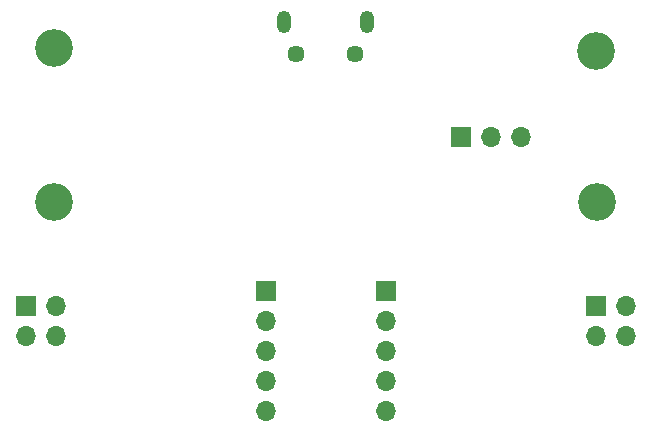
<source format=gbs>
%TF.GenerationSoftware,KiCad,Pcbnew,(6.0.2)*%
%TF.CreationDate,2022-05-14T01:06:09+01:00*%
%TF.ProjectId,mcp_breadboard,6d63705f-6272-4656-9164-626f6172642e,rev?*%
%TF.SameCoordinates,Original*%
%TF.FileFunction,Soldermask,Bot*%
%TF.FilePolarity,Negative*%
%FSLAX46Y46*%
G04 Gerber Fmt 4.6, Leading zero omitted, Abs format (unit mm)*
G04 Created by KiCad (PCBNEW (6.0.2)) date 2022-05-14 01:06:09*
%MOMM*%
%LPD*%
G01*
G04 APERTURE LIST*
%ADD10C,3.200000*%
%ADD11O,1.200000X1.900000*%
%ADD12C,1.450000*%
%ADD13O,1.700000X1.700000*%
%ADD14R,1.700000X1.700000*%
G04 APERTURE END LIST*
D10*
%TO.C,H1*%
X27000000Y-45000000D03*
%TD*%
%TO.C,H4*%
X73000000Y-45000000D03*
%TD*%
D11*
%TO.C,J5*%
X53500000Y-29762500D03*
X46500000Y-29762500D03*
D12*
X52500000Y-32462500D03*
X47500000Y-32462500D03*
%TD*%
D13*
%TO.C,SW3*%
X66540000Y-39500000D03*
X64000000Y-39500000D03*
D14*
X61460000Y-39500000D03*
%TD*%
D10*
%TO.C,H2*%
X27000000Y-32000000D03*
%TD*%
%TO.C,H3*%
X72860000Y-32220000D03*
%TD*%
D13*
%TO.C,J3*%
X44920000Y-62700000D03*
X44920000Y-60160000D03*
X44920000Y-57620000D03*
X44920000Y-55080000D03*
D14*
X44920000Y-52540000D03*
%TD*%
D13*
%TO.C,J4*%
X55080000Y-62700000D03*
X55080000Y-60160000D03*
X55080000Y-57620000D03*
X55080000Y-55080000D03*
D14*
X55080000Y-52540000D03*
%TD*%
D13*
%TO.C,J2*%
X75400000Y-56350000D03*
X75400000Y-53810000D03*
X72860000Y-56350000D03*
D14*
X72860000Y-53810000D03*
%TD*%
D13*
%TO.C,J1*%
X27140000Y-56350000D03*
X27140000Y-53810000D03*
X24600000Y-56350000D03*
D14*
X24600000Y-53810000D03*
%TD*%
M02*

</source>
